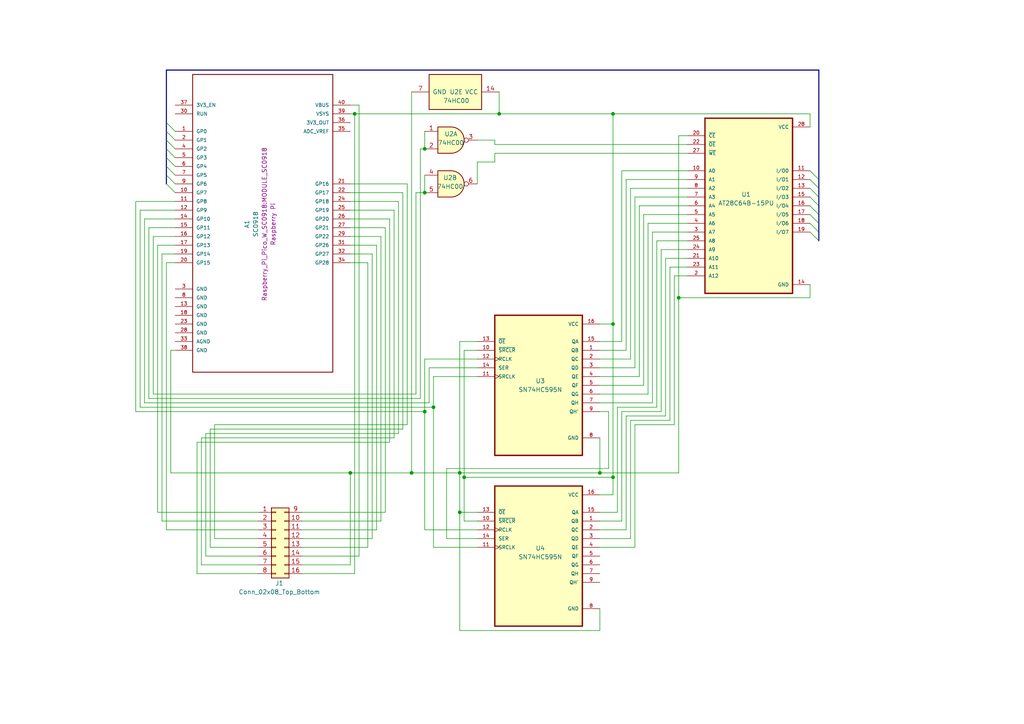
<source format=kicad_sch>
(kicad_sch (version 20231120) (generator "eeschema") (generator_version "8.0")
  (paper "A4")
  (title_block (title "Sensor Module Base") (company "Louisiana Tech University: Senior Capstone") (comment 1 "Created by John Peterson"))
  (lib_symbols
    (symbol "74xx:74HC00" (pin_names (offset 1.016))
      (property "Reference" "U" (at 0 1.27 0))
      (property "Value" "74HC00" (at 0 -1.27 0))
      (symbol "74HC00_1_1"
        (arc (start 0 -3.81) (mid 3.7934 0) (end 0 3.81) (stroke (width 0.254)) (fill (type background)))
        (polyline (pts (xy 0 3.81) (xy -3.81 3.81) (xy -3.81 -3.81) (xy 0 -3.81)) (stroke (width 0.254)) (fill (type background)))
        (pin input line (at -7.62 2.54 0) (length 3.81) (name "~") (number "1"))
        (pin input line (at -7.62 -2.54 0) (length 3.81) (name "~") (number "2"))
        (pin output inverted (at 7.62 0 180) (length 3.81) (name "~") (number "3"))
      )
      (symbol "74HC00_1_2"
        (arc (start -3.81 -3.81) (mid -2.589 0) (end -3.81 3.81) (stroke (width 0.254)))
        (arc (start -0.6096 -3.81) (mid 2.1842 -2.5851) (end 3.81 0) (stroke (width 0.254)) (fill (type background)))
        (polyline (pts (xy -3.81 -3.81) (xy -0.635 -3.81)) (stroke (width 0.254)) (fill (type background)))
        (polyline (pts (xy -3.81 3.81) (xy -0.635 3.81)) (stroke (width 0.254)) (fill (type background)))
        (polyline (pts (xy -0.635 3.81) (xy -3.81 3.81) (xy -3.81 3.81) (xy -3.556 3.4036) (xy -3.0226 2.2606) (xy -2.6924 1.0414) (xy -2.6162 -0.254) (xy -2.7686 -1.4986) (xy -3.175 -2.7178) (xy -3.81 -3.81) (xy -3.81 -3.81) (xy -0.635 -3.81)) (stroke (width -25.4)) (fill (type background)))
        (arc (start 3.81 0) (mid 2.1915 2.5936) (end -0.6096 3.81) (stroke (width 0.254)) (fill (type background)))
        (pin input inverted (at -7.62 2.54 0) (length 4.318) (name "~") (number "1"))
        (pin input inverted (at -7.62 -2.54 0) (length 4.318) (name "~") (number "2"))
        (pin output line (at 7.62 0 180) (length 3.81) (name "~") (number "3"))
      )
      (symbol "74HC00_2_1"
        (arc (start 0 -3.81) (mid 3.7934 0) (end 0 3.81) (stroke (width 0.254)) (fill (type background)))
        (polyline (pts (xy 0 3.81) (xy -3.81 3.81) (xy -3.81 -3.81) (xy 0 -3.81)) (stroke (width 0.254)) (fill (type background)))
        (pin input line (at -7.62 2.54 0) (length 3.81) (name "~") (number "4"))
        (pin input line (at -7.62 -2.54 0) (length 3.81) (name "~") (number "5"))
        (pin output inverted (at 7.62 0 180) (length 3.81) (name "~") (number "6"))
      )
      (symbol "74HC00_2_2"
        (arc (start -3.81 -3.81) (mid -2.589 0) (end -3.81 3.81) (stroke (width 0.254)))
        (arc (start -0.6096 -3.81) (mid 2.1842 -2.5851) (end 3.81 0) (stroke (width 0.254)) (fill (type background)))
        (polyline (pts (xy -3.81 -3.81) (xy -0.635 -3.81)) (stroke (width 0.254)) (fill (type background)))
        (polyline (pts (xy -3.81 3.81) (xy -0.635 3.81)) (stroke (width 0.254)) (fill (type background)))
        (polyline (pts (xy -0.635 3.81) (xy -3.81 3.81) (xy -3.81 3.81) (xy -3.556 3.4036) (xy -3.0226 2.2606) (xy -2.6924 1.0414) (xy -2.6162 -0.254) (xy -2.7686 -1.4986) (xy -3.175 -2.7178) (xy -3.81 -3.81) (xy -3.81 -3.81) (xy -0.635 -3.81)) (stroke (width -25.4)) (fill (type background)))
        (arc (start 3.81 0) (mid 2.1915 2.5936) (end -0.6096 3.81) (stroke (width 0.254)) (fill (type background)))
        (pin input inverted (at -7.62 2.54 0) (length 4.318) (name "~") (number "4"))
        (pin input inverted (at -7.62 -2.54 0) (length 4.318) (name "~") (number "5"))
        (pin output line (at 7.62 0 180) (length 3.81) (name "~") (number "6"))
      )
      (symbol "74HC00_3_1"
        (arc (start 0 -3.81) (mid 3.7934 0) (end 0 3.81) (stroke (width 0.254)) (fill (type background)))
        (polyline (pts (xy 0 3.81) (xy -3.81 3.81) (xy -3.81 -3.81) (xy 0 -3.81)) (stroke (width 0.254)) (fill (type background)))
        (pin input line (at -7.62 -2.54 0) (length 3.81) (name "~") (number "10"))
        (pin output inverted (at 7.62 0 180) (length 3.81) (name "~") (number "8"))
        (pin input line (at -7.62 2.54 0) (length 3.81) (name "~") (number "9"))
      )
      (symbol "74HC00_3_2"
        (arc (start -3.81 -3.81) (mid -2.589 0) (end -3.81 3.81) (stroke (width 0.254)))
        (arc (start -0.6096 -3.81) (mid 2.1842 -2.5851) (end 3.81 0) (stroke (width 0.254)) (fill (type background)))
        (polyline (pts (xy -3.81 -3.81) (xy -0.635 -3.81)) (stroke (width 0.254)) (fill (type background)))
        (polyline (pts (xy -3.81 3.81) (xy -0.635 3.81)) (stroke (width 0.254)) (fill (type background)))
        (polyline (pts (xy -0.635 3.81) (xy -3.81 3.81) (xy -3.81 3.81) (xy -3.556 3.4036) (xy -3.0226 2.2606) (xy -2.6924 1.0414) (xy -2.6162 -0.254) (xy -2.7686 -1.4986) (xy -3.175 -2.7178) (xy -3.81 -3.81) (xy -3.81 -3.81) (xy -0.635 -3.81)) (stroke (width -25.4)) (fill (type background)))
        (arc (start 3.81 0) (mid 2.1915 2.5936) (end -0.6096 3.81) (stroke (width 0.254)) (fill (type background)))
        (pin input inverted (at -7.62 -2.54 0) (length 4.318) (name "~") (number "10"))
        (pin output line (at 7.62 0 180) (length 3.81) (name "~") (number "8"))
        (pin input inverted (at -7.62 2.54 0) (length 4.318) (name "~") (number "9"))
      )
      (symbol "74HC00_4_1"
        (arc (start 0 -3.81) (mid 3.7934 0) (end 0 3.81) (stroke (width 0.254)) (fill (type background)))
        (polyline (pts (xy 0 3.81) (xy -3.81 3.81) (xy -3.81 -3.81) (xy 0 -3.81)) (stroke (width 0.254)) (fill (type background)))
        (pin output inverted (at 7.62 0 180) (length 3.81) (name "~") (number "11"))
        (pin input line (at -7.62 2.54 0) (length 3.81) (name "~") (number "12"))
        (pin input line (at -7.62 -2.54 0) (length 3.81) (name "~") (number "13"))
      )
      (symbol "74HC00_4_2"
        (arc (start -3.81 -3.81) (mid -2.589 0) (end -3.81 3.81) (stroke (width 0.254)))
        (arc (start -0.6096 -3.81) (mid 2.1842 -2.5851) (end 3.81 0) (stroke (width 0.254)) (fill (type background)))
        (polyline (pts (xy -3.81 -3.81) (xy -0.635 -3.81)) (stroke (width 0.254)) (fill (type background)))
        (polyline (pts (xy -3.81 3.81) (xy -0.635 3.81)) (stroke (width 0.254)) (fill (type background)))
        (polyline (pts (xy -0.635 3.81) (xy -3.81 3.81) (xy -3.81 3.81) (xy -3.556 3.4036) (xy -3.0226 2.2606) (xy -2.6924 1.0414) (xy -2.6162 -0.254) (xy -2.7686 -1.4986) (xy -3.175 -2.7178) (xy -3.81 -3.81) (xy -3.81 -3.81) (xy -0.635 -3.81)) (stroke (width -25.4)) (fill (type background)))
        (arc (start 3.81 0) (mid 2.1915 2.5936) (end -0.6096 3.81) (stroke (width 0.254)) (fill (type background)))
        (pin output line (at 7.62 0 180) (length 3.81) (name "~") (number "11"))
        (pin input inverted (at -7.62 2.54 0) (length 4.318) (name "~") (number "12"))
        (pin input inverted (at -7.62 -2.54 0) (length 4.318) (name "~") (number "13"))
      )
      (symbol "74HC00_5_0"
        (pin power_in line (at 0 12.7 270) (length 5.08) (name "VCC") (number "14"))
        (pin power_in line (at 0 -12.7 90) (length 5.08) (name "GND") (number "7"))
      )
      (symbol "74HC00_5_1"
        (rectangle (start -5.08 7.62) (end 5.08 -7.62) (stroke (width 0.254)) (fill (type background)))
      )
    )
    (symbol "AT28C64B-15PU:AT28C64B-15PU" (pin_names (offset 1.016))
      (property "Reference" "U" (at -12.7 26.4 0))
      (property "Value" "AT28C64B-15PU" (at -12.7 -29.4 0))
      (symbol "AT28C64B-15PU_0_0"
        (rectangle (start -12.7 -25.4) (end 12.7 25.4) (stroke (width 0.41)) (fill (type background)))
        (pin input line (at -17.78 10.16 0) (length 5.08) (name "A0") (number "10"))
        (pin bidirectional line (at 17.78 10.16 180) (length 5.08) (name "I/O0") (number "11"))
        (pin bidirectional line (at 17.78 7.62 180) (length 5.08) (name "I/O1") (number "12"))
        (pin bidirectional line (at 17.78 5.08 180) (length 5.08) (name "I/O2") (number "13"))
        (pin power_in line (at 17.78 -22.86 180) (length 5.08) (name "GND") (number "14"))
        (pin bidirectional line (at 17.78 2.54 180) (length 5.08) (name "I/O3") (number "15"))
        (pin bidirectional line (at 17.78 0 180) (length 5.08) (name "I/O4") (number "16"))
        (pin bidirectional line (at 17.78 -2.54 180) (length 5.08) (name "I/O5") (number "17"))
        (pin bidirectional line (at 17.78 -5.08 180) (length 5.08) (name "I/O6") (number "18"))
        (pin bidirectional line (at 17.78 -7.62 180) (length 5.08) (name "I/O7") (number "19"))
        (pin input line (at -17.78 -20.32 0) (length 5.08) (name "A12") (number "2"))
        (pin input line (at -17.78 20.32 0) (length 5.08) (name "~{CE}") (number "20"))
        (pin input line (at -17.78 -15.24 0) (length 5.08) (name "A10") (number "21"))
        (pin input line (at -17.78 17.78 0) (length 5.08) (name "~{OE}") (number "22"))
        (pin input line (at -17.78 -17.78 0) (length 5.08) (name "A11") (number "23"))
        (pin input line (at -17.78 -12.7 0) (length 5.08) (name "A9") (number "24"))
        (pin input line (at -17.78 -10.16 0) (length 5.08) (name "A8") (number "25"))
        (pin input line (at -17.78 15.24 0) (length 5.08) (name "~{WE}") (number "27"))
        (pin power_in line (at 17.78 22.86 180) (length 5.08) (name "VCC") (number "28"))
        (pin input line (at -17.78 -7.62 0) (length 5.08) (name "A7") (number "3"))
        (pin input line (at -17.78 -5.08 0) (length 5.08) (name "A6") (number "4"))
        (pin input line (at -17.78 -2.54 0) (length 5.08) (name "A5") (number "5"))
        (pin input line (at -17.78 0 0) (length 5.08) (name "A4") (number "6"))
        (pin input line (at -17.78 2.54 0) (length 5.08) (name "A3") (number "7"))
        (pin input line (at -17.78 5.08 0) (length 5.08) (name "A2") (number "8"))
        (pin input line (at -17.78 7.62 0) (length 5.08) (name "A1") (number "9"))
      )
    )
    (symbol "Connector_Generic:Conn_02x08_Top_Bottom" (pin_names (offset 1.016) hide)
      (property "Reference" "J" (at 1.27 10.16 0))
      (property "Value" "Conn_02x08_Top_Bottom" (at 1.27 -12.7 0))
      (symbol "Conn_02x08_Top_Bottom_1_1"
        (rectangle (start -1.27 -10.033) (end 0 -10.287) (stroke (width 0.1524)))
        (rectangle (start -1.27 -7.493) (end 0 -7.747) (stroke (width 0.1524)))
        (rectangle (start -1.27 -4.953) (end 0 -5.207) (stroke (width 0.1524)))
        (rectangle (start -1.27 -2.413) (end 0 -2.667) (stroke (width 0.1524)))
        (rectangle (start -1.27 0.127) (end 0 -0.127) (stroke (width 0.1524)))
        (rectangle (start -1.27 2.667) (end 0 2.413) (stroke (width 0.1524)))
        (rectangle (start -1.27 5.207) (end 0 4.953) (stroke (width 0.1524)))
        (rectangle (start -1.27 7.747) (end 0 7.493) (stroke (width 0.1524)))
        (rectangle (start -1.27 8.89) (end 3.81 -11.43) (stroke (width 0.254)) (fill (type background)))
        (rectangle (start 3.81 -10.033) (end 2.54 -10.287) (stroke (width 0.1524)))
        (rectangle (start 3.81 -7.493) (end 2.54 -7.747) (stroke (width 0.1524)))
        (rectangle (start 3.81 -4.953) (end 2.54 -5.207) (stroke (width 0.1524)))
        (rectangle (start 3.81 -2.413) (end 2.54 -2.667) (stroke (width 0.1524)))
        (rectangle (start 3.81 0.127) (end 2.54 -0.127) (stroke (width 0.1524)))
        (rectangle (start 3.81 2.667) (end 2.54 2.413) (stroke (width 0.1524)))
        (rectangle (start 3.81 5.207) (end 2.54 4.953) (stroke (width 0.1524)))
        (rectangle (start 3.81 7.747) (end 2.54 7.493) (stroke (width 0.1524)))
        (pin passive line (at -5.08 7.62 0) (length 3.81) (name "Pin_1") (number "1"))
        (pin passive line (at 7.62 5.08 180) (length 3.81) (name "Pin_10") (number "10"))
        (pin passive line (at 7.62 2.54 180) (length 3.81) (name "Pin_11") (number "11"))
        (pin passive line (at 7.62 0 180) (length 3.81) (name "Pin_12") (number "12"))
        (pin passive line (at 7.62 -2.54 180) (length 3.81) (name "Pin_13") (number "13"))
        (pin passive line (at 7.62 -5.08 180) (length 3.81) (name "Pin_14") (number "14"))
        (pin passive line (at 7.62 -7.62 180) (length 3.81) (name "Pin_15") (number "15"))
        (pin passive line (at 7.62 -10.16 180) (length 3.81) (name "Pin_16") (number "16"))
        (pin passive line (at -5.08 5.08 0) (length 3.81) (name "Pin_2") (number "2"))
        (pin passive line (at -5.08 2.54 0) (length 3.81) (name "Pin_3") (number "3"))
        (pin passive line (at -5.08 0 0) (length 3.81) (name "Pin_4") (number "4"))
        (pin passive line (at -5.08 -2.54 0) (length 3.81) (name "Pin_5") (number "5"))
        (pin passive line (at -5.08 -5.08 0) (length 3.81) (name "Pin_6") (number "6"))
        (pin passive line (at -5.08 -7.62 0) (length 3.81) (name "Pin_7") (number "7"))
        (pin passive line (at -5.08 -10.16 0) (length 3.81) (name "Pin_8") (number "8"))
        (pin passive line (at 7.62 7.62 180) (length 3.81) (name "Pin_9") (number "9"))
      )
    )
    (symbol "Raspberry_Pi_Pico_W_SC0918:SC0918" (pin_names (offset 1.016))
      (property "Reference" "A1" (at 0 58.42 0))
      (property "Value" "SC0918" (at 0 55.88 0))
      (property "Footprint" "Raspberry Pi:MODULE_SC0918" (at -12.7 -46.99 0))
      (property "manufacturer" "Raspberry Pi" (at 0 53.34 0))
      (symbol "SC0918_0_0"
        (rectangle (start -20.32 -43.18) (end 20.32 43.18) (stroke (width 0.254)))
        (pin bidirectional line (at -25.4 26.67 0) (length 5.08) (name "GP0") (number "1"))
        (pin bidirectional line (at -25.4 8.89 0) (length 5.08) (name "GP7") (number "10"))
        (pin bidirectional line (at -25.4 6.35 0) (length 5.08) (name "GP8") (number "11"))
        (pin bidirectional line (at -25.4 3.81 0) (length 5.08) (name "GP9") (number "12"))
        (pin power_in line (at -25.4 -24.13 0) (length 5.08) (name "GND") (number "13"))
        (pin bidirectional line (at -25.4 1.27 0) (length 5.08) (name "GP10") (number "14"))
        (pin bidirectional line (at -25.4 -1.27 0) (length 5.08) (name "GP11") (number "15"))
        (pin bidirectional line (at -25.4 -3.81 0) (length 5.08) (name "GP12") (number "16"))
        (pin bidirectional line (at -25.4 -6.35 0) (length 5.08) (name "GP13") (number "17"))
        (pin power_in line (at -25.4 -26.67 0) (length 5.08) (name "GND") (number "18"))
        (pin bidirectional line (at -25.4 -8.89 0) (length 5.08) (name "GP14") (number "19"))
        (pin bidirectional line (at -25.4 24.13 0) (length 5.08) (name "GP1") (number "2"))
        (pin bidirectional line (at -25.4 -11.43 0) (length 5.08) (name "GP15") (number "20"))
        (pin bidirectional line (at 25.4 11.43 180) (length 5.08) (name "GP16") (number "21"))
        (pin bidirectional line (at 25.4 8.89 180) (length 5.08) (name "GP17") (number "22"))
        (pin power_in line (at -25.4 -29.21 0) (length 5.08) (name "GND") (number "23"))
        (pin bidirectional line (at 25.4 6.35 180) (length 5.08) (name "GP18") (number "24"))
        (pin bidirectional line (at 25.4 3.81 180) (length 5.08) (name "GP19") (number "25"))
        (pin bidirectional line (at 25.4 1.27 180) (length 5.08) (name "GP20") (number "26"))
        (pin bidirectional line (at 25.4 -1.27 180) (length 5.08) (name "GP21") (number "27"))
        (pin power_in line (at -25.4 -31.75 0) (length 5.08) (name "GND") (number "28"))
        (pin bidirectional line (at 25.4 -3.81 180) (length 5.08) (name "GP22") (number "29"))
        (pin power_in line (at -25.4 -19.05 0) (length 5.08) (name "GND") (number "3"))
        (pin input line (at -25.4 31.75 0) (length 5.08) (name "RUN") (number "30"))
        (pin bidirectional line (at 25.4 -6.35 180) (length 5.08) (name "GP26") (number "31"))
        (pin bidirectional line (at 25.4 -8.89 180) (length 5.08) (name "GP27") (number "32"))
        (pin power_in line (at -25.4 -34.29 0) (length 5.08) (name "AGND") (number "33"))
        (pin bidirectional line (at 25.4 -11.43 180) (length 5.08) (name "GP28") (number "34"))
        (pin power_in line (at 25.4 26.67 180) (length 5.08) (name "ADC_VREF") (number "35"))
        (pin power_in line (at 25.4 29.21 180) (length 5.08) (name "3V3_OUT") (number "36"))
        (pin input line (at -25.4 34.29 0) (length 5.08) (name "3V3_EN") (number "37"))
        (pin power_in line (at -25.4 -36.83 0) (length 5.08) (name "GND") (number "38"))
        (pin free line (at 25.4 31.75 180) (length 5.08) (name "VSYS") (number "39"))
        (pin bidirectional line (at -25.4 21.59 0) (length 5.08) (name "GP2") (number "4"))
        (pin free line (at 25.4 34.29 180) (length 5.08) (name "VBUS") (number "40"))
        (pin bidirectional line (at -25.4 19.05 0) (length 5.08) (name "GP3") (number "5"))
        (pin bidirectional line (at -25.4 16.51 0) (length 5.08) (name "GP4") (number "6"))
        (pin bidirectional line (at -25.4 13.97 0) (length 5.08) (name "GP5") (number "7"))
        (pin power_in line (at -25.4 -21.59 0) (length 5.08) (name "GND") (number "8"))
        (pin bidirectional line (at -25.4 11.43 0) (length 5.08) (name "GP6") (number "9"))
      )
    )
    (symbol "SN74HC595N:SN74HC595N" (pin_names (offset 1.016))
      (property "Reference" "U" (at -12.7 21.32 0))
      (property "Value" "SN74HC595N" (at -12.7 -24.32 0))
      (symbol "SN74HC595N_0_0"
        (rectangle (start -12.7 -20.32) (end 12.7 20.32) (stroke (width 0.41)) (fill (type background)))
        (pin output line (at 17.78 10.16 180) (length 5.08) (name "QB") (number "1"))
        (pin input line (at -17.78 10.16 0) (length 5.08) (name "~{SRCLR}") (number "10"))
        (pin input clock (at -17.78 2.54 0) (length 5.08) (name "SRCLK") (number "11"))
        (pin input clock (at -17.78 7.62 0) (length 5.08) (name "RCLK") (number "12"))
        (pin input line (at -17.78 12.7 0) (length 5.08) (name "~{OE}") (number "13"))
        (pin input line (at -17.78 5.08 0) (length 5.08) (name "SER") (number "14"))
        (pin output line (at 17.78 12.7 180) (length 5.08) (name "QA") (number "15"))
        (pin power_in line (at 17.78 17.78 180) (length 5.08) (name "VCC") (number "16"))
        (pin output line (at 17.78 7.62 180) (length 5.08) (name "QC") (number "2"))
        (pin output line (at 17.78 5.08 180) (length 5.08) (name "QD") (number "3"))
        (pin output line (at 17.78 2.54 180) (length 5.08) (name "QE") (number "4"))
        (pin output line (at 17.78 0 180) (length 5.08) (name "QF") (number "5"))
        (pin output line (at 17.78 -2.54 180) (length 5.08) (name "QG") (number "6"))
        (pin output line (at 17.78 -5.08 180) (length 5.08) (name "QH") (number "7"))
        (pin power_in line (at 17.78 -15.24 180) (length 5.08) (name "GND") (number "8"))
        (pin output line (at 17.78 -7.62 180) (length 5.08) (name "QH'") (number "9"))
      )
    )
  )
  (junction (at 123.19 43.18))
  (junction (at 125.73 118.11))
  (junction (at 102.87 33.02))
  (junction (at 177.8 33.02))
  (junction (at 123.19 119.38))
  (junction (at 123.19 55.88))
  (junction (at 133.35 137.16))
  (junction (at 144.78 33.02))
  (junction (at 119.38 137.16))
  (junction (at 133.35 148.59))
  (junction (at 196.85 86.36))
  (junction (at 177.8 93.98))
  (junction (at 134.62 138.43))
  (junction (at 101.6 137.16))
  (junction (at 177.8 138.43))
  (junction (at 173.99 137.16))
  (bus_entry (at 50.8 43.18) (size -2.54 -2.54))
  (bus_entry (at 234.95 59.69) (size 2.54 2.54))
  (bus_entry (at 50.8 53.34) (size -2.54 -2.54))
  (bus_entry (at 50.8 50.8) (size -2.54 -2.54))
  (bus_entry (at 50.8 45.72) (size -2.54 -2.54))
  (bus_entry (at 234.95 62.23) (size 2.54 2.54))
  (bus_entry (at 50.8 55.88) (size -2.54 -2.54))
  (bus_entry (at 234.95 64.77) (size 2.54 2.54))
  (bus_entry (at 234.95 67.31) (size 2.54 2.54))
  (bus_entry (at 234.95 49.53) (size 2.54 2.54))
  (bus_entry (at 50.8 40.64) (size -2.54 -2.54))
  (bus_entry (at 234.95 52.07) (size 2.54 2.54))
  (bus_entry (at 50.8 48.26) (size -2.54 -2.54))
  (bus_entry (at 234.95 57.15) (size 2.54 2.54))
  (bus_entry (at 234.95 54.61) (size 2.54 2.54))
  (bus_entry (at 50.8 38.1) (size -2.54 -2.54))
  (wire (pts (xy 181.61 101.6) (xy 173.99 101.6)))
  (bus (pts (xy 48.26 20.32) (xy 237.49 20.32)))
  (wire (pts (xy 58.42 127) (xy 58.42 163.83)))
  (wire (pts (xy 101.6 53.34) (xy 118.11 53.34)))
  (wire (pts (xy 186.69 62.23) (xy 186.69 111.76)))
  (wire (pts (xy 181.61 120.65) (xy 193.04 120.65)))
  (wire (pts (xy 41.91 116.84) (xy 124.46 116.84)))
  (wire (pts (xy 191.77 72.39) (xy 191.77 119.38)))
  (wire (pts (xy 173.99 153.67) (xy 181.61 153.67)))
  (wire (pts (xy 114.3 60.96) (xy 114.3 127)))
  (wire (pts (xy 143.51 41.91) (xy 199.39 41.91)))
  (wire (pts (xy 113.03 128.27) (xy 113.03 63.5)))
  (wire (pts (xy 111.76 66.04) (xy 111.76 148.59)))
  (wire (pts (xy 44.45 68.58) (xy 50.8 68.58)))
  (wire (pts (xy 184.15 123.19) (xy 195.58 123.19)))
  (wire (pts (xy 50.8 66.04) (xy 43.18 66.04)))
  (wire (pts (xy 185.42 59.69) (xy 199.39 59.69)))
  (wire (pts (xy 191.77 119.38) (xy 180.34 119.38)))
  (wire (pts (xy 119.38 137.16) (xy 133.35 137.16)))
  (wire (pts (xy 74.93 166.37) (xy 57.15 166.37)))
  (wire (pts (xy 133.35 137.16) (xy 133.35 148.59)))
  (bus (pts (xy 237.49 52.07) (xy 237.49 54.61)))
  (wire (pts (xy 133.35 148.59) (xy 138.43 148.59)))
  (wire (pts (xy 57.15 166.37) (xy 57.15 128.27)))
  (wire (pts (xy 57.15 128.27) (xy 113.03 128.27)))
  (wire (pts (xy 123.19 55.88) (xy 120.65 55.88)))
  (bus (pts (xy 237.49 57.15) (xy 237.49 59.69)))
  (wire (pts (xy 121.92 43.18) (xy 123.19 43.18)))
  (wire (pts (xy 49.53 101.6) (xy 50.8 101.6)))
  (wire (pts (xy 50.8 71.12) (xy 45.72 71.12)))
  (wire (pts (xy 173.99 93.98) (xy 177.8 93.98)))
  (wire (pts (xy 196.85 86.36) (xy 234.95 86.36)))
  (wire (pts (xy 143.51 40.64) (xy 138.43 40.64)))
  (wire (pts (xy 102.87 166.37) (xy 102.87 33.02)))
  (wire (pts (xy 59.69 161.29) (xy 59.69 125.73)))
  (wire (pts (xy 44.45 114.3) (xy 44.45 68.58)))
  (wire (pts (xy 138.43 46.99) (xy 138.43 53.34)))
  (wire (pts (xy 87.63 153.67) (xy 109.22 153.67)))
  (wire (pts (xy 40.64 60.96) (xy 40.64 118.11)))
  (wire (pts (xy 173.99 137.16) (xy 173.99 127)))
  (wire (pts (xy 173.99 158.75) (xy 184.15 158.75)))
  (wire (pts (xy 133.35 137.16) (xy 173.99 137.16)))
  (wire (pts (xy 187.96 114.3) (xy 187.96 64.77)))
  (wire (pts (xy 50.8 58.42) (xy 39.37 58.42)))
  (wire (pts (xy 43.18 115.57) (xy 121.92 115.57)))
  (wire (pts (xy 143.51 46.99) (xy 138.43 46.99)))
  (wire (pts (xy 133.35 99.06) (xy 133.35 137.16)))
  (wire (pts (xy 101.6 66.04) (xy 111.76 66.04)))
  (wire (pts (xy 190.5 69.85) (xy 199.39 69.85)))
  (wire (pts (xy 101.6 60.96) (xy 114.3 60.96)))
  (wire (pts (xy 173.99 119.38) (xy 176.53 119.38)))
  (wire (pts (xy 101.6 33.02) (xy 102.87 33.02)))
  (wire (pts (xy 143.51 44.45) (xy 199.39 44.45)))
  (wire (pts (xy 144.78 26.67) (xy 144.78 33.02)))
  (wire (pts (xy 134.62 138.43) (xy 177.8 138.43)))
  (wire (pts (xy 181.61 52.07) (xy 181.61 101.6)))
  (wire (pts (xy 101.6 68.58) (xy 110.49 68.58)))
  (wire (pts (xy 111.76 148.59) (xy 87.63 148.59)))
  (bus (pts (xy 48.26 45.72) (xy 48.26 48.26)))
  (wire (pts (xy 59.69 125.73) (xy 115.57 125.73)))
  (wire (pts (xy 194.31 77.47) (xy 194.31 121.92)))
  (wire (pts (xy 199.39 52.07) (xy 181.61 52.07)))
  (wire (pts (xy 185.42 109.22) (xy 185.42 59.69)))
  (wire (pts (xy 123.19 104.14) (xy 123.19 119.38)))
  (wire (pts (xy 177.8 33.02) (xy 177.8 93.98)))
  (wire (pts (xy 101.6 73.66) (xy 107.95 73.66)))
  (bus (pts (xy 48.26 43.18) (xy 48.26 45.72)))
  (wire (pts (xy 48.26 76.2) (xy 48.26 153.67)))
  (wire (pts (xy 110.49 68.58) (xy 110.49 151.13)))
  (wire (pts (xy 123.19 119.38) (xy 123.19 153.67)))
  (bus (pts (xy 48.26 50.8) (xy 48.26 53.34)))
  (wire (pts (xy 193.04 74.93) (xy 199.39 74.93)))
  (bus (pts (xy 237.49 64.77) (xy 237.49 67.31)))
  (bus (pts (xy 48.26 48.26) (xy 48.26 50.8)))
  (wire (pts (xy 184.15 106.68) (xy 173.99 106.68)))
  (wire (pts (xy 133.35 182.88) (xy 133.35 148.59)))
  (wire (pts (xy 138.43 158.75) (xy 125.73 158.75)))
  (wire (pts (xy 106.68 158.75) (xy 106.68 76.2)))
  (wire (pts (xy 87.63 161.29) (xy 104.14 161.29)))
  (wire (pts (xy 190.5 118.11) (xy 190.5 69.85)))
  (wire (pts (xy 234.95 82.55) (xy 234.95 86.36)))
  (wire (pts (xy 134.62 138.43) (xy 134.62 101.6)))
  (wire (pts (xy 173.99 137.16) (xy 196.85 137.16)))
  (wire (pts (xy 177.8 33.02) (xy 234.95 33.02)))
  (wire (pts (xy 58.42 163.83) (xy 74.93 163.83)))
  (wire (pts (xy 138.43 99.06) (xy 133.35 99.06)))
  (wire (pts (xy 173.99 143.51) (xy 177.8 143.51)))
  (wire (pts (xy 199.39 72.39) (xy 191.77 72.39)))
  (wire (pts (xy 116.84 55.88) (xy 116.84 124.46)))
  (wire (pts (xy 181.61 153.67) (xy 181.61 120.65)))
  (wire (pts (xy 177.8 138.43) (xy 177.8 93.98)))
  (wire (pts (xy 180.34 99.06) (xy 180.34 49.53)))
  (wire (pts (xy 138.43 101.6) (xy 134.62 101.6)))
  (wire (pts (xy 106.68 76.2) (xy 101.6 76.2)))
  (wire (pts (xy 120.65 55.88) (xy 120.65 114.3)))
  (bus (pts (xy 237.49 67.31) (xy 237.49 69.85)))
  (wire (pts (xy 134.62 151.13) (xy 134.62 138.43)))
  (wire (pts (xy 40.64 60.96) (xy 50.8 60.96)))
  (wire (pts (xy 180.34 49.53) (xy 199.39 49.53)))
  (wire (pts (xy 48.26 153.67) (xy 74.93 153.67)))
  (wire (pts (xy 114.3 127) (xy 58.42 127)))
  (wire (pts (xy 109.22 71.12) (xy 101.6 71.12)))
  (wire (pts (xy 199.39 62.23) (xy 186.69 62.23)))
  (wire (pts (xy 182.88 54.61) (xy 199.39 54.61)))
  (wire (pts (xy 101.6 137.16) (xy 101.6 163.83)))
  (wire (pts (xy 49.53 137.16) (xy 101.6 137.16)))
  (wire (pts (xy 129.54 135.89) (xy 129.54 156.21)))
  (wire (pts (xy 195.58 80.01) (xy 199.39 80.01)))
  (wire (pts (xy 194.31 121.92) (xy 182.88 121.92)))
  (wire (pts (xy 143.51 40.64) (xy 143.51 41.91)))
  (wire (pts (xy 45.72 148.59) (xy 74.93 148.59)))
  (wire (pts (xy 173.99 109.22) (xy 185.42 109.22)))
  (wire (pts (xy 124.46 106.68) (xy 138.43 106.68)))
  (wire (pts (xy 199.39 77.47) (xy 194.31 77.47)))
  (wire (pts (xy 179.07 148.59) (xy 179.07 118.11)))
  (wire (pts (xy 196.85 39.37) (xy 196.85 86.36)))
  (wire (pts (xy 176.53 119.38) (xy 176.53 135.89)))
  (wire (pts (xy 46.99 73.66) (xy 46.99 151.13)))
  (wire (pts (xy 74.93 161.29) (xy 59.69 161.29)))
  (wire (pts (xy 101.6 30.48) (xy 104.14 30.48)))
  (wire (pts (xy 110.49 151.13) (xy 87.63 151.13)))
  (wire (pts (xy 50.8 76.2) (xy 48.26 76.2)))
  (wire (pts (xy 182.88 104.14) (xy 182.88 54.61)))
  (wire (pts (xy 107.95 73.66) (xy 107.95 156.21)))
  (wire (pts (xy 187.96 64.77) (xy 199.39 64.77)))
  (wire (pts (xy 113.03 63.5) (xy 101.6 63.5)))
  (wire (pts (xy 125.73 118.11) (xy 125.73 158.75)))
  (bus (pts (xy 48.26 40.64) (xy 48.26 43.18)))
  (wire (pts (xy 199.39 57.15) (xy 184.15 57.15)))
  (wire (pts (xy 104.14 30.48) (xy 104.14 161.29)))
  (wire (pts (xy 40.64 118.11) (xy 125.73 118.11)))
  (wire (pts (xy 45.72 71.12) (xy 45.72 148.59)))
  (wire (pts (xy 196.85 39.37) (xy 199.39 39.37)))
  (wire (pts (xy 87.63 163.83) (xy 101.6 163.83)))
  (wire (pts (xy 107.95 156.21) (xy 87.63 156.21)))
  (wire (pts (xy 115.57 125.73) (xy 115.57 58.42)))
  (wire (pts (xy 118.11 53.34) (xy 118.11 123.19)))
  (wire (pts (xy 125.73 109.22) (xy 125.73 118.11)))
  (wire (pts (xy 101.6 137.16) (xy 119.38 137.16)))
  (wire (pts (xy 109.22 153.67) (xy 109.22 71.12)))
  (wire (pts (xy 180.34 119.38) (xy 180.34 151.13)))
  (wire (pts (xy 50.8 63.5) (xy 41.91 63.5)))
  (bus (pts (xy 237.49 54.61) (xy 237.49 57.15)))
  (wire (pts (xy 39.37 58.42) (xy 39.37 119.38)))
  (wire (pts (xy 115.57 58.42) (xy 101.6 58.42)))
  (wire (pts (xy 46.99 151.13) (xy 74.93 151.13)))
  (wire (pts (xy 234.95 33.02) (xy 234.95 36.83)))
  (wire (pts (xy 189.23 67.31) (xy 189.23 116.84)))
  (wire (pts (xy 173.99 114.3) (xy 187.96 114.3)))
  (wire (pts (xy 143.51 46.99) (xy 143.51 44.45)))
  (wire (pts (xy 184.15 57.15) (xy 184.15 106.68)))
  (wire (pts (xy 189.23 116.84) (xy 173.99 116.84)))
  (wire (pts (xy 120.65 114.3) (xy 44.45 114.3)))
  (wire (pts (xy 182.88 156.21) (xy 173.99 156.21)))
  (wire (pts (xy 121.92 115.57) (xy 121.92 43.18)))
  (bus (pts (xy 237.49 59.69) (xy 237.49 62.23)))
  (bus (pts (xy 237.49 62.23) (xy 237.49 64.77)))
  (wire (pts (xy 125.73 109.22) (xy 138.43 109.22)))
  (wire (pts (xy 173.99 104.14) (xy 182.88 104.14)))
  (wire (pts (xy 102.87 33.02) (xy 144.78 33.02)))
  (wire (pts (xy 41.91 63.5) (xy 41.91 116.84)))
  (wire (pts (xy 196.85 86.36) (xy 196.85 137.16)))
  (wire (pts (xy 119.38 26.67) (xy 119.38 137.16)))
  (wire (pts (xy 179.07 118.11) (xy 190.5 118.11)))
  (wire (pts (xy 43.18 66.04) (xy 43.18 115.57)))
  (wire (pts (xy 138.43 104.14) (xy 123.19 104.14)))
  (wire (pts (xy 182.88 121.92) (xy 182.88 156.21)))
  (wire (pts (xy 87.63 158.75) (xy 106.68 158.75)))
  (bus (pts (xy 237.49 20.32) (xy 237.49 52.07)))
  (wire (pts (xy 123.19 38.1) (xy 123.19 43.18)))
  (wire (pts (xy 184.15 158.75) (xy 184.15 123.19)))
  (wire (pts (xy 60.96 124.46) (xy 60.96 158.75)))
  (bus (pts (xy 48.26 20.32) (xy 48.26 35.56)))
  (bus (pts (xy 48.26 35.56) (xy 48.26 38.1)))
  (wire (pts (xy 173.99 182.88) (xy 133.35 182.88)))
  (wire (pts (xy 87.63 166.37) (xy 102.87 166.37)))
  (wire (pts (xy 180.34 99.06) (xy 173.99 99.06)))
  (wire (pts (xy 101.6 55.88) (xy 116.84 55.88)))
  (wire (pts (xy 74.93 156.21) (xy 62.23 156.21)))
  (wire (pts (xy 116.84 124.46) (xy 60.96 124.46)))
  (wire (pts (xy 173.99 176.53) (xy 173.99 182.88)))
  (wire (pts (xy 138.43 151.13) (xy 134.62 151.13)))
  (wire (pts (xy 173.99 148.59) (xy 179.07 148.59)))
  (wire (pts (xy 62.23 156.21) (xy 62.23 123.19)))
  (wire (pts (xy 129.54 156.21) (xy 138.43 156.21)))
  (wire (pts (xy 60.96 158.75) (xy 74.93 158.75)))
  (wire (pts (xy 124.46 106.68) (xy 124.46 116.84)))
  (wire (pts (xy 195.58 123.19) (xy 195.58 80.01)))
  (wire (pts (xy 118.11 123.19) (xy 62.23 123.19)))
  (wire (pts (xy 193.04 120.65) (xy 193.04 74.93)))
  (wire (pts (xy 144.78 33.02) (xy 177.8 33.02)))
  (wire (pts (xy 180.34 151.13) (xy 173.99 151.13)))
  (wire (pts (xy 199.39 67.31) (xy 189.23 67.31)))
  (wire (pts (xy 123.19 153.67) (xy 138.43 153.67)))
  (wire (pts (xy 177.8 143.51) (xy 177.8 138.43)))
  (wire (pts (xy 123.19 50.8) (xy 123.19 55.88)))
  (wire (pts (xy 49.53 137.16) (xy 49.53 101.6)))
  (bus (pts (xy 48.26 38.1) (xy 48.26 40.64)))
  (wire (pts (xy 50.8 73.66) (xy 46.99 73.66)))
  (wire (pts (xy 129.54 135.89) (xy 176.53 135.89)))
  (wire (pts (xy 186.69 111.76) (xy 173.99 111.76)))
  (wire (pts (xy 39.37 119.38) (xy 123.19 119.38)))
  (symbol (lib_id "Connector_Generic:Conn_02x08_Top_Bottom") (at 80.01 156.21 0) (unit 1)
    (property "Reference" "J1" (at 81.026 169.164 0))
    (property "Value" "Conn_02x08_Top_Bottom" (at 81.026 171.704 0))
    (property "Footprint" "Connector_IDC:IDC-Header_2x08_P2.54mm_Vertical" (effects (hide yes)))
    (property "Description" "Generic connector, double row, 02x08, top/bottom pin numbering scheme (row 1: 1...pins_per_row, row2: pins_per_row+1 ... num_pins), script generated (kicad-library-utils/schlib/autogen/connector/)" (effects (hide yes)))
  )
  (symbol (lib_id "SN74HC595N:SN74HC595N") (at 156.21 111.76 0) (unit 1)
    (property "Reference" "U3" (at 156.718 110.49 0))
    (property "Value" "SN74HC595N" (at 156.718 113.03 0))
    (property "Footprint" "SN74HC595N:DIP794W45P254L1969H508Q16" (effects (hide yes)))
    (property "DigiKey_Part_Number" "296-1600-5-ND" (effects (hide yes)))
    (property "MF" "Texas Instruments" (effects (hide yes)))
    (property "Purchase-URL" "https://www.snapeda.com/api/url_track_click_mouser/?unipart_id=44932&manufacturer=Texas Instruments&part_name=SN74HC595N&search_term=sn74hc595n" (effects (hide yes)))
    (property "Package" "PDIP-16 Texas Instruments" (effects (hide yes)))
    (property "SnapEDA_Link" "https://www.snapeda.com/parts/SN74HC595N/Texas+Instruments/view-part/?ref=snap" (effects (hide yes)))
    (property "MP" "SN74HC595N" (effects (hide yes)))
    (property "Description_1" "\n8-bit shift registers with 3-state output registers\n" (effects (hide yes)))
    (property "Check_prices" "https://www.snapeda.com/parts/SN74HC595N/Texas+Instruments/view-part/?ref=eda" (effects (hide yes)))
  )
  (symbol (lib_id "74xx:74HC00") (at 130.81 40.64 0) (unit 1)
    (property "Reference" "U2" (at 130.81 38.862 0))
    (property "Value" "74HC00" (at 130.81 41.402 0))
    (property "Footprint" "Package_DIP:DIP-14_W7.62mm" (effects (hide yes)))
    (property "Datasheet" "http://www.ti.com/lit/gpn/sn74hc00" (effects (hide yes)))
    (property "Description" "quad 2-input NAND gate" (effects (hide yes)))
  )
  (symbol (lib_id "74xx:74HC00") (at 130.81 53.34 0) (unit 2)
    (property "Reference" "U2" (at 130.556 51.562 0))
    (property "Value" "74HC00" (at 130.556 54.102 0))
    (property "Footprint" "Package_DIP:DIP-14_W7.62mm" (effects (hide yes)))
    (property "Datasheet" "http://www.ti.com/lit/gpn/sn74hc00" (effects (hide yes)))
    (property "Description" "quad 2-input NAND gate" (effects (hide yes)))
  )
  (symbol (lib_id "AT28C64B-15PU:AT28C64B-15PU") (at 217.17 59.69 0) (unit 1)
    (property "Reference" "U1" (at 216.408 56.388 0))
    (property "Value" "AT28C64B-15PU" (at 216.408 58.928 0))
    (property "Footprint" "AT28C64B-15PU:DIP1555W45P254L3733H482Q28" (effects (hide yes)))
    (property "MF" "Microchip" (effects (hide yes)))
    (property "MAXIMUM_PACKAGE_HEIGHT" "4.826 mm" (effects (hide yes)))
    (property "Package" "DIP-28 Atmel" (effects (hide yes)))
    (property "Price" "None" (effects (hide yes)))
    (property "Check_prices" "https://www.snapeda.com/parts/AT28C64B-15PU/Microchip/view-part/?ref=eda" (effects (hide yes)))
    (property "STANDARD" "IPC 7351B" (effects (hide yes)))
    (property "PARTREV" "B" (effects (hide yes)))
    (property "SnapEDA_Link" "https://www.snapeda.com/parts/AT28C64B-15PU/Microchip/view-part/?ref=snap" (effects (hide yes)))
    (property "MP" "AT28C64B-15PU" (effects (hide yes)))
    (property "Purchase-URL" "https://www.snapeda.com/api/url_track_click_mouser/?unipart_id=290407&manufacturer=Microchip&part_name=AT28C64B-15PU&search_term=at28c64" (effects (hide yes)))
    (property "Description_1" "\nAT28C64B-15PU Parallel EEPROM Memory, 64kbit, 150ns, 4.5 to 5.5 V 28-Pin PDIP | Microchip Technology Inc. AT28C64B-15PU\n" (effects (hide yes)))
    (property "Availability" "In Stock" (effects (hide yes)))
    (property "MANUFACTURER" "Microchip Technology" (effects (hide yes)))
  )
  (symbol (lib_id "Raspberry_Pi_Pico_W_SC0918:SC0918") (at 76.2 64.77 0) (unit 1)
    (property "Reference" "A1" (at 71.628 65.024 90))
    (property "Value" "SC0918" (at 74.168 65.024 90))
    (property "Footprint" "Raspberry_Pi_Pico_W_SC0918:MODULE_SC0918" (at 76.708 65.024 90))
    (property "Datasheet" "https://datasheets.raspberrypi.com/picow/pico-w-datasheet.pdf" (effects (hide yes)))
    (property "manufacturer" "Raspberry Pi" (at 79.248 65.024 90))
    (property "P/N" "SC0918" (effects (hide yes)))
    (property "PARTREV" "1.6" (effects (hide yes)))
    (property "MAXIMUM_PACKAGE_HEIGHT" "3.73mm" (effects (hide yes)))
  )
  (symbol (lib_id "74xx:74HC00") (at 132.08 26.67 270) (unit 5)
    (property "Reference" "U2" (at 132.334 26.67 90))
    (property "Value" "74HC00" (at 132.334 29.21 90))
    (property "Footprint" "Package_DIP:DIP-14_W7.62mm" (effects (hide yes)))
    (property "Datasheet" "http://www.ti.com/lit/gpn/sn74hc00" (effects (hide yes)))
    (property "Description" "quad 2-input NAND gate" (effects (hide yes)))
  )
  (symbol (lib_id "SN74HC595N:SN74HC595N") (at 156.21 161.29 0) (unit 1)
    (property "Reference" "U4" (at 156.718 159.004 0))
    (property "Value" "SN74HC595N" (at 156.718 161.544 0))
    (property "Footprint" "SN74HC595N:DIP794W45P254L1969H508Q16" (effects (hide yes)))
    (property "DigiKey_Part_Number" "296-1600-5-ND" (effects (hide yes)))
    (property "MF" "Texas Instruments" (effects (hide yes)))
    (property "Purchase-URL" "https://www.snapeda.com/api/url_track_click_mouser/?unipart_id=44932&manufacturer=Texas Instruments&part_name=SN74HC595N&search_term=sn74hc595n" (effects (hide yes)))
    (property "Package" "PDIP-16 Texas Instruments" (effects (hide yes)))
    (property "SnapEDA_Link" "https://www.snapeda.com/parts/SN74HC595N/Texas+Instruments/view-part/?ref=snap" (effects (hide yes)))
    (property "MP" "SN74HC595N" (effects (hide yes)))
    (property "Description_1" "\n8-bit shift registers with 3-state output registers\n" (effects (hide yes)))
    (property "Check_prices" "https://www.snapeda.com/parts/SN74HC595N/Texas+Instruments/view-part/?ref=eda" (effects (hide yes)))
  )
)
</source>
